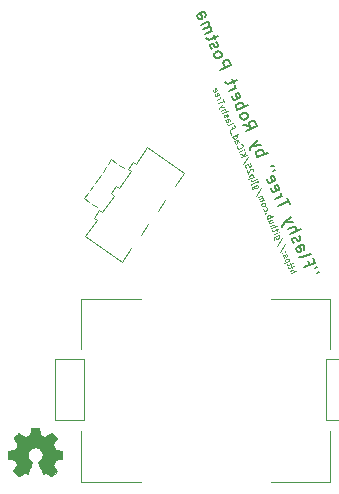
<source format=gbo>
G04 #@! TF.GenerationSoftware,KiCad,Pcbnew,(6.0.0)*
G04 #@! TF.CreationDate,2022-10-06T13:38:40+02:00*
G04 #@! TF.ProjectId,2.0,322e302e-6b69-4636-9164-5f7063625858,rev?*
G04 #@! TF.SameCoordinates,Original*
G04 #@! TF.FileFunction,Legend,Bot*
G04 #@! TF.FilePolarity,Positive*
%FSLAX46Y46*%
G04 Gerber Fmt 4.6, Leading zero omitted, Abs format (unit mm)*
G04 Created by KiCad (PCBNEW (6.0.0)) date 2022-10-06 13:38:40*
%MOMM*%
%LPD*%
G01*
G04 APERTURE LIST*
G04 Aperture macros list*
%AMRoundRect*
0 Rectangle with rounded corners*
0 $1 Rounding radius*
0 $2 $3 $4 $5 $6 $7 $8 $9 X,Y pos of 4 corners*
0 Add a 4 corners polygon primitive as box body*
4,1,4,$2,$3,$4,$5,$6,$7,$8,$9,$2,$3,0*
0 Add four circle primitives for the rounded corners*
1,1,$1+$1,$2,$3*
1,1,$1+$1,$4,$5*
1,1,$1+$1,$6,$7*
1,1,$1+$1,$8,$9*
0 Add four rect primitives between the rounded corners*
20,1,$1+$1,$2,$3,$4,$5,0*
20,1,$1+$1,$4,$5,$6,$7,0*
20,1,$1+$1,$6,$7,$8,$9,0*
20,1,$1+$1,$8,$9,$2,$3,0*%
G04 Aperture macros list end*
%ADD10C,0.150000*%
%ADD11C,0.125000*%
%ADD12C,0.120000*%
%ADD13C,0.100000*%
%ADD14C,0.010000*%
%ADD15C,1.001600*%
%ADD16RoundRect,0.050800X0.665455X-1.228941X1.382425X-0.205001X-0.665455X1.228941X-1.382425X0.205001X0*%
%ADD17RoundRect,0.050800X-1.250000X-2.550000X1.250000X-2.550000X1.250000X2.550000X-1.250000X2.550000X0*%
%ADD18C,17.901600*%
G04 APERTURE END LIST*
D10*
X189981465Y-104315919D02*
X189806131Y-104390344D01*
X189832615Y-103965251D02*
X189657281Y-104039676D01*
X189096580Y-103449976D02*
X189226823Y-103756811D01*
X188744654Y-103961480D02*
X189665159Y-103570749D01*
X189479097Y-103132413D01*
X188353923Y-103040975D02*
X188434969Y-103110036D01*
X188541243Y-103116657D01*
X189330247Y-102781745D01*
X188037617Y-102295805D02*
X188519786Y-102091136D01*
X188626060Y-102097757D01*
X188707106Y-102166818D01*
X188781531Y-102342152D01*
X188774910Y-102448425D01*
X188081451Y-102277198D02*
X188074829Y-102383472D01*
X188167861Y-102602640D01*
X188248907Y-102671700D01*
X188355180Y-102678321D01*
X188442847Y-102641109D01*
X188511908Y-102560063D01*
X188518529Y-102453790D01*
X188425498Y-102234622D01*
X188432119Y-102128348D01*
X187913994Y-101882696D02*
X187832948Y-101813635D01*
X187758523Y-101638301D01*
X187765144Y-101532028D01*
X187834205Y-101450982D01*
X187878039Y-101432375D01*
X187984312Y-101438997D01*
X188065358Y-101508057D01*
X188121177Y-101639558D01*
X188202223Y-101708619D01*
X188308496Y-101715240D01*
X188352330Y-101696634D01*
X188421391Y-101615588D01*
X188428012Y-101509314D01*
X188372193Y-101377814D01*
X188291147Y-101308753D01*
X187535248Y-101112298D02*
X188455753Y-100721567D01*
X187367792Y-100717796D02*
X187849961Y-100513128D01*
X187956235Y-100519749D01*
X188037281Y-100588810D01*
X188093100Y-100720310D01*
X188086478Y-100826584D01*
X188061251Y-100889023D01*
X187832612Y-100106640D02*
X187125911Y-100147960D01*
X187646550Y-99668305D02*
X187125911Y-100147960D01*
X186943956Y-100328658D01*
X186918728Y-100391098D01*
X186912107Y-100497371D01*
X187562654Y-98617556D02*
X187339379Y-98091553D01*
X186530511Y-98745286D02*
X187451016Y-98354555D01*
X186288630Y-98175450D02*
X186902300Y-97914962D01*
X186726966Y-97989387D02*
X186796027Y-97908341D01*
X186821254Y-97845901D01*
X186827875Y-97739628D01*
X186790662Y-97651961D01*
X185941732Y-97236338D02*
X185935111Y-97342612D01*
X186009536Y-97517946D01*
X186090582Y-97587007D01*
X186196856Y-97593628D01*
X186547524Y-97444778D01*
X186616585Y-97363732D01*
X186623206Y-97257459D01*
X186548781Y-97082124D01*
X186467735Y-97013063D01*
X186361462Y-97006442D01*
X186273795Y-97043655D01*
X186372190Y-97519203D01*
X185606820Y-96447334D02*
X185600199Y-96553608D01*
X185674624Y-96728942D01*
X185755670Y-96798003D01*
X185861943Y-96804624D01*
X186212612Y-96655774D01*
X186281673Y-96574728D01*
X186288294Y-96468454D01*
X186213869Y-96293120D01*
X186132823Y-96224059D01*
X186026549Y-96217438D01*
X185938882Y-96254651D01*
X186037278Y-96730199D01*
X186316035Y-95680707D02*
X186140701Y-95755132D01*
X186167185Y-95330039D02*
X185991851Y-95404464D01*
X184781524Y-94624931D02*
X185702029Y-94234200D01*
X185351361Y-94383050D02*
X185357982Y-94276776D01*
X185283557Y-94101442D01*
X185202511Y-94032381D01*
X185140071Y-94007154D01*
X185033797Y-94000533D01*
X184770796Y-94112170D01*
X184701735Y-94193216D01*
X184676508Y-94255656D01*
X184669887Y-94361929D01*
X184744312Y-94537264D01*
X184825358Y-94606325D01*
X185078888Y-93619273D02*
X184372187Y-93660592D01*
X184892826Y-93180937D02*
X184372187Y-93660592D01*
X184190232Y-93841291D01*
X184165004Y-93903731D01*
X184158383Y-94010004D01*
X183609331Y-91863416D02*
X184177910Y-91984189D01*
X183832606Y-92389419D02*
X184753111Y-91998688D01*
X184604261Y-91648019D01*
X184523215Y-91578958D01*
X184460775Y-91553731D01*
X184354501Y-91547110D01*
X184223001Y-91602929D01*
X184153940Y-91683975D01*
X184128713Y-91746415D01*
X184122091Y-91852688D01*
X184270941Y-92203357D01*
X183386056Y-91337413D02*
X183467102Y-91406474D01*
X183529542Y-91431702D01*
X183635815Y-91438323D01*
X183898817Y-91326685D01*
X183967877Y-91245639D01*
X183993105Y-91183199D01*
X183999726Y-91076926D01*
X183943907Y-90945425D01*
X183862861Y-90876364D01*
X183800421Y-90851137D01*
X183694148Y-90844516D01*
X183431146Y-90956154D01*
X183362086Y-91037200D01*
X183336858Y-91099639D01*
X183330237Y-91205913D01*
X183386056Y-91337413D01*
X183088356Y-90636076D02*
X184008861Y-90245345D01*
X183658192Y-90394195D02*
X183664813Y-90287922D01*
X183590388Y-90112588D01*
X183509342Y-90043527D01*
X183446903Y-90018299D01*
X183340629Y-90011678D01*
X183077628Y-90123316D01*
X183008567Y-90204362D01*
X182983340Y-90266802D01*
X182976719Y-90373075D01*
X183051144Y-90548409D01*
X183132190Y-90617470D01*
X182629821Y-89433964D02*
X182623200Y-89540237D01*
X182697625Y-89715572D01*
X182778671Y-89784632D01*
X182884944Y-89791254D01*
X183235613Y-89642404D01*
X183304674Y-89561358D01*
X183311295Y-89455084D01*
X183236870Y-89279750D01*
X183155824Y-89210689D01*
X183049550Y-89204068D01*
X182961883Y-89241280D01*
X183060279Y-89716829D01*
X182399925Y-89014235D02*
X183013595Y-88753747D01*
X182838261Y-88828172D02*
X182907322Y-88747126D01*
X182932549Y-88684686D01*
X182939170Y-88578413D01*
X182901957Y-88490746D01*
X182827532Y-88315411D02*
X182678683Y-87964743D01*
X183078549Y-88053667D02*
X182289545Y-88388579D01*
X182183271Y-88381958D01*
X182102225Y-88312898D01*
X182065013Y-88225230D01*
X181637069Y-87217058D02*
X182557574Y-86826327D01*
X182408724Y-86475659D01*
X182327678Y-86406598D01*
X182265238Y-86381371D01*
X182158965Y-86374749D01*
X182027464Y-86430568D01*
X181958403Y-86511614D01*
X181933176Y-86574054D01*
X181926555Y-86680327D01*
X182075405Y-87030996D01*
X181190519Y-86165053D02*
X181271565Y-86234114D01*
X181334005Y-86259341D01*
X181440278Y-86265962D01*
X181703280Y-86154325D01*
X181772341Y-86073279D01*
X181797568Y-86010839D01*
X181804189Y-85904565D01*
X181748370Y-85773065D01*
X181667324Y-85704004D01*
X181604884Y-85678777D01*
X181498611Y-85672155D01*
X181235610Y-85783793D01*
X181166549Y-85864839D01*
X181141321Y-85927279D01*
X181134700Y-86033552D01*
X181190519Y-86165053D01*
X180955259Y-85488943D02*
X180874213Y-85419882D01*
X180799788Y-85244548D01*
X180806409Y-85138275D01*
X180875470Y-85057229D01*
X180919304Y-85038622D01*
X181025577Y-85045243D01*
X181106623Y-85114304D01*
X181162442Y-85245805D01*
X181243488Y-85314866D01*
X181349761Y-85321487D01*
X181393595Y-85302881D01*
X181462656Y-85221835D01*
X181469277Y-85115561D01*
X181413458Y-84984061D01*
X181332412Y-84915000D01*
X181246002Y-84589559D02*
X181097152Y-84238890D01*
X181497018Y-84327814D02*
X180708014Y-84662727D01*
X180601740Y-84656105D01*
X180520694Y-84587045D01*
X180483482Y-84499377D01*
X180353238Y-84192542D02*
X180966908Y-83932055D01*
X180879241Y-83969268D02*
X180904468Y-83906828D01*
X180911089Y-83800554D01*
X180855271Y-83669054D01*
X180774225Y-83599993D01*
X180667951Y-83593372D01*
X180185782Y-83798040D01*
X180667951Y-83593372D02*
X180737012Y-83512326D01*
X180743633Y-83406052D01*
X180687814Y-83274552D01*
X180606768Y-83205491D01*
X180500495Y-83198870D01*
X180018326Y-83403538D01*
X179664807Y-82570701D02*
X180146976Y-82366032D01*
X180253250Y-82372653D01*
X180334296Y-82441714D01*
X180408721Y-82617048D01*
X180402100Y-82723321D01*
X179708641Y-82552094D02*
X179702020Y-82658368D01*
X179795051Y-82877536D01*
X179876097Y-82946596D01*
X179982370Y-82953217D01*
X180070037Y-82916005D01*
X180139098Y-82834959D01*
X180145719Y-82728686D01*
X180052688Y-82509518D01*
X180059309Y-82403244D01*
D11*
X187604398Y-104468837D02*
X188064651Y-104273471D01*
X187520670Y-104271586D02*
X187761755Y-104169251D01*
X187814892Y-104172562D01*
X187855415Y-104207092D01*
X187883324Y-104272843D01*
X187880013Y-104325979D01*
X187867400Y-104357199D01*
X187762383Y-103987925D02*
X187687958Y-103812590D01*
X187887892Y-103857052D02*
X187493389Y-104024509D01*
X187440253Y-104021198D01*
X187399730Y-103986668D01*
X187381123Y-103942834D01*
X187650746Y-103724923D02*
X187576321Y-103549589D01*
X187776254Y-103594051D02*
X187381752Y-103761507D01*
X187328615Y-103758197D01*
X187288092Y-103723666D01*
X187269486Y-103679833D01*
X187511199Y-103396172D02*
X187050947Y-103591537D01*
X187489282Y-103405475D02*
X187492593Y-103352338D01*
X187455380Y-103264671D01*
X187414857Y-103230140D01*
X187383637Y-103217527D01*
X187330501Y-103214216D01*
X187199000Y-103270035D01*
X187164470Y-103310558D01*
X187151856Y-103341778D01*
X187148545Y-103394915D01*
X187185758Y-103482582D01*
X187226281Y-103517112D01*
X187058825Y-103122610D02*
X187018302Y-103088080D01*
X186981089Y-103000412D01*
X186984400Y-102947276D01*
X187018930Y-102906753D01*
X187040847Y-102897450D01*
X187093984Y-102900760D01*
X187134507Y-102935291D01*
X187162416Y-103001041D01*
X187202939Y-103035571D01*
X187256076Y-103038882D01*
X187277993Y-103029579D01*
X187312523Y-102989056D01*
X187315834Y-102935919D01*
X187287924Y-102870169D01*
X187247401Y-102835638D01*
X186913285Y-102718805D02*
X186882065Y-102706191D01*
X186869452Y-102737411D01*
X186900672Y-102750025D01*
X186913285Y-102718805D01*
X186869452Y-102737411D01*
X187154370Y-102616470D02*
X187123150Y-102603857D01*
X187110536Y-102635077D01*
X187141756Y-102647690D01*
X187154370Y-102616470D01*
X187110536Y-102635077D01*
X187119043Y-101984823D02*
X186694746Y-102630509D01*
X186914374Y-101502654D02*
X186490077Y-102148340D01*
X186590190Y-101226410D02*
X186217605Y-101384563D01*
X186183074Y-101425086D01*
X186170461Y-101456306D01*
X186167150Y-101509443D01*
X186195059Y-101575193D01*
X186235582Y-101609724D01*
X186305272Y-101347351D02*
X186301961Y-101400487D01*
X186339174Y-101488154D01*
X186379697Y-101522685D01*
X186410917Y-101535299D01*
X186464053Y-101538609D01*
X186595554Y-101482790D01*
X186630085Y-101442267D01*
X186642698Y-101411047D01*
X186646009Y-101357911D01*
X186608796Y-101270244D01*
X186568273Y-101235713D01*
X186190324Y-101137486D02*
X186497159Y-101007242D01*
X186650576Y-100942120D02*
X186637963Y-100973340D01*
X186606743Y-100960727D01*
X186619356Y-100929507D01*
X186650576Y-100942120D01*
X186606743Y-100960727D01*
X186432037Y-100853825D02*
X186357612Y-100678491D01*
X186557545Y-100722953D02*
X186163043Y-100890409D01*
X186109906Y-100887098D01*
X186069383Y-100852568D01*
X186050777Y-100808734D01*
X185985655Y-100655317D02*
X186445908Y-100459951D01*
X185901927Y-100458066D02*
X186143012Y-100355731D01*
X186196148Y-100359042D01*
X186236671Y-100393572D01*
X186264581Y-100459323D01*
X186261270Y-100512459D01*
X186248657Y-100543679D01*
X186032003Y-99911403D02*
X185725168Y-100041647D01*
X186115731Y-100108654D02*
X185874646Y-100210989D01*
X185821510Y-100207678D01*
X185780986Y-100173148D01*
X185753077Y-100107397D01*
X185756388Y-100054261D01*
X185769001Y-100023041D01*
X185632137Y-99822479D02*
X186092389Y-99627113D01*
X185917055Y-99701538D02*
X185920365Y-99648402D01*
X185883153Y-99560735D01*
X185842630Y-99526204D01*
X185811410Y-99513591D01*
X185758273Y-99510280D01*
X185626772Y-99566099D01*
X185592242Y-99606622D01*
X185579628Y-99637842D01*
X185576318Y-99690978D01*
X185613530Y-99778645D01*
X185654053Y-99813176D01*
X185499211Y-99387454D02*
X185467991Y-99374840D01*
X185455377Y-99406060D01*
X185486597Y-99418674D01*
X185499211Y-99387454D01*
X185455377Y-99406060D01*
X185300535Y-98980338D02*
X185297224Y-99033475D01*
X185334437Y-99121142D01*
X185374960Y-99155672D01*
X185406180Y-99168286D01*
X185459316Y-99171597D01*
X185590817Y-99115778D01*
X185625347Y-99075255D01*
X185637961Y-99044035D01*
X185641272Y-98990898D01*
X185604059Y-98903231D01*
X185563536Y-98868701D01*
X185166980Y-98726640D02*
X185207503Y-98761170D01*
X185238723Y-98773784D01*
X185291860Y-98777095D01*
X185423361Y-98721276D01*
X185457891Y-98680753D01*
X185470505Y-98649533D01*
X185473815Y-98596396D01*
X185445906Y-98530646D01*
X185405383Y-98496115D01*
X185374163Y-98483502D01*
X185321026Y-98480191D01*
X185189526Y-98536010D01*
X185154995Y-98576533D01*
X185142382Y-98607753D01*
X185139071Y-98660890D01*
X185166980Y-98726640D01*
X185018130Y-98375971D02*
X185324965Y-98245728D01*
X185281132Y-98264334D02*
X185293746Y-98233114D01*
X185297056Y-98179977D01*
X185269147Y-98114227D01*
X185228624Y-98079697D01*
X185175487Y-98076386D01*
X184934402Y-98178720D01*
X185175487Y-98076386D02*
X185210017Y-98035863D01*
X185213328Y-97982726D01*
X185185419Y-97916976D01*
X185144896Y-97882446D01*
X185091759Y-97879135D01*
X184850674Y-97981469D01*
X185100265Y-97228881D02*
X184675969Y-97874567D01*
X184776081Y-96952638D02*
X184403496Y-97110791D01*
X184368965Y-97151314D01*
X184356352Y-97182534D01*
X184353041Y-97235670D01*
X184380951Y-97301421D01*
X184421474Y-97335951D01*
X184491163Y-97073578D02*
X184487853Y-97126715D01*
X184525065Y-97214382D01*
X184565588Y-97248912D01*
X184596808Y-97261526D01*
X184649945Y-97264837D01*
X184781445Y-97209018D01*
X184815976Y-97168495D01*
X184828589Y-97137275D01*
X184831900Y-97084138D01*
X184794687Y-96996471D01*
X184754164Y-96961941D01*
X184683050Y-96733470D02*
X184288548Y-96900926D01*
X184254017Y-96941449D01*
X184250707Y-96994586D01*
X184260010Y-97016502D01*
X184836467Y-96668348D02*
X184823854Y-96699568D01*
X184792634Y-96686954D01*
X184805248Y-96655734D01*
X184836467Y-96668348D01*
X184792634Y-96686954D01*
X184255274Y-96578795D02*
X184295797Y-96613326D01*
X184348934Y-96616636D01*
X184743436Y-96449180D01*
X184487684Y-96273217D02*
X184027432Y-96468583D01*
X184465768Y-96282520D02*
X184469078Y-96229384D01*
X184431866Y-96141717D01*
X184391343Y-96107186D01*
X184360123Y-96094572D01*
X184306986Y-96091262D01*
X184175485Y-96147081D01*
X184140955Y-96187604D01*
X184128341Y-96218824D01*
X184125031Y-96271960D01*
X184162243Y-96359627D01*
X184202766Y-96394158D01*
X184429812Y-95832200D02*
X184442426Y-95800980D01*
X184445736Y-95747843D01*
X184399221Y-95638259D01*
X184358698Y-95603729D01*
X184327478Y-95591115D01*
X184274341Y-95587804D01*
X184230508Y-95606411D01*
X184174060Y-95656237D01*
X184022696Y-96030876D01*
X183901756Y-95745958D01*
X184185249Y-95134173D02*
X184278280Y-95353341D01*
X184068415Y-95468289D01*
X184081029Y-95437069D01*
X184084340Y-95383932D01*
X184037824Y-95274348D01*
X183997301Y-95239818D01*
X183966081Y-95227204D01*
X183912944Y-95223894D01*
X183803361Y-95270409D01*
X183768830Y-95310932D01*
X183756216Y-95342152D01*
X183752906Y-95395289D01*
X183799421Y-95504873D01*
X183839945Y-95539403D01*
X183871164Y-95552017D01*
X183974588Y-94576950D02*
X183550291Y-95222637D01*
X183427297Y-94628202D02*
X183887549Y-94432836D01*
X183315659Y-94365200D02*
X183662389Y-94450814D01*
X183775912Y-94169835D02*
X183624548Y-94544474D01*
X183231931Y-94167949D02*
X183538766Y-94037705D01*
X183692183Y-93972584D02*
X183679570Y-94003804D01*
X183648350Y-93991190D01*
X183660964Y-93959970D01*
X183692183Y-93972584D01*
X183648350Y-93991190D01*
X183071096Y-93667174D02*
X183058482Y-93698394D01*
X183064475Y-93773447D01*
X183083081Y-93817281D01*
X183132907Y-93873728D01*
X183195347Y-93898955D01*
X183248484Y-93902266D01*
X183345454Y-93886970D01*
X183411204Y-93859061D01*
X183489568Y-93799931D01*
X183524099Y-93759408D01*
X183549326Y-93696969D01*
X183543333Y-93621915D01*
X183524727Y-93578082D01*
X183474901Y-93521634D01*
X183443681Y-93509021D01*
X182859806Y-93291278D02*
X183100891Y-93188944D01*
X183154027Y-93192254D01*
X183194550Y-93226785D01*
X183231763Y-93314452D01*
X183228452Y-93367588D01*
X182881723Y-93281975D02*
X182878412Y-93335111D01*
X182924928Y-93444695D01*
X182965451Y-93479226D01*
X183018588Y-93482536D01*
X183062421Y-93463930D01*
X183096952Y-93423407D01*
X183100262Y-93370270D01*
X183053747Y-93260687D01*
X183057057Y-93207550D01*
X182683047Y-92874859D02*
X183143299Y-92679493D01*
X182704964Y-92865556D02*
X182701653Y-92918693D01*
X182738866Y-93006360D01*
X182779389Y-93040890D01*
X182810608Y-93053504D01*
X182863745Y-93056814D01*
X182995246Y-93000996D01*
X183029776Y-92960473D01*
X183042390Y-92929253D01*
X183045701Y-92876116D01*
X183008488Y-92788449D01*
X182967965Y-92753918D01*
X182592698Y-92783881D02*
X182443848Y-92433213D01*
X182617128Y-92049271D02*
X182682250Y-92202688D01*
X182441166Y-92305023D02*
X182901418Y-92109657D01*
X182808387Y-91890489D01*
X182245800Y-91844770D02*
X182286323Y-91879301D01*
X182339460Y-91882611D01*
X182733962Y-91715155D01*
X182087647Y-91472185D02*
X182328732Y-91369851D01*
X182381868Y-91373161D01*
X182422391Y-91407692D01*
X182459604Y-91495359D01*
X182456293Y-91548495D01*
X182109564Y-91462882D02*
X182106253Y-91516019D01*
X182152769Y-91625602D01*
X182193292Y-91660133D01*
X182246429Y-91663443D01*
X182290262Y-91644837D01*
X182324793Y-91604314D01*
X182328103Y-91551177D01*
X182281588Y-91441594D01*
X182284898Y-91388457D01*
X182025836Y-91265631D02*
X181985313Y-91231100D01*
X181948100Y-91143433D01*
X181951411Y-91090297D01*
X181985941Y-91049774D01*
X182007858Y-91040470D01*
X182060995Y-91043781D01*
X182101518Y-91078311D01*
X182129427Y-91144062D01*
X182169950Y-91178592D01*
X182223087Y-91181903D01*
X182245004Y-91172600D01*
X182279534Y-91132077D01*
X182282844Y-91078940D01*
X182254935Y-91013190D01*
X182214412Y-90978659D01*
X181836463Y-90880432D02*
X182296715Y-90685066D01*
X181752735Y-90683181D02*
X181993819Y-90580846D01*
X182046956Y-90584157D01*
X182087479Y-90618687D01*
X182115388Y-90684438D01*
X182112078Y-90737575D01*
X182099464Y-90768794D01*
X181985145Y-90377603D02*
X181631794Y-90398263D01*
X181892113Y-90158435D02*
X181631794Y-90398263D01*
X181540816Y-90488612D01*
X181528203Y-90519832D01*
X181524892Y-90572968D01*
X181999015Y-89983729D02*
X181887378Y-89720728D01*
X181482944Y-90047594D02*
X181943196Y-89852229D01*
X181362003Y-89762676D02*
X181668838Y-89632432D01*
X181581171Y-89669645D02*
X181615702Y-89629122D01*
X181628315Y-89597902D01*
X181631626Y-89544765D01*
X181613020Y-89500932D01*
X181188555Y-89293120D02*
X181185244Y-89346257D01*
X181222457Y-89433924D01*
X181262980Y-89468455D01*
X181316116Y-89471765D01*
X181491451Y-89397340D01*
X181525981Y-89356817D01*
X181529292Y-89303681D01*
X181492079Y-89216013D01*
X181451556Y-89181483D01*
X181398419Y-89178172D01*
X181354586Y-89196779D01*
X181403783Y-89434553D01*
X181021099Y-88898618D02*
X181017788Y-88951755D01*
X181055000Y-89039422D01*
X181095523Y-89073953D01*
X181148660Y-89077263D01*
X181323994Y-89002838D01*
X181358525Y-88962315D01*
X181361835Y-88909178D01*
X181324623Y-88821511D01*
X181284100Y-88786981D01*
X181230963Y-88783670D01*
X181187130Y-88802277D01*
X181236327Y-89040051D01*
D12*
X171214067Y-98837643D02*
X171214067Y-98837643D01*
X171402455Y-99091631D02*
X170943594Y-99746953D01*
X171984614Y-95470707D02*
X171697826Y-95880283D01*
X170894819Y-97027096D02*
X170894819Y-97027096D01*
X174270337Y-94995871D02*
X173811476Y-95651193D01*
X174933051Y-101197549D02*
X174933051Y-101197549D01*
X170149169Y-98091994D02*
X170435958Y-97682418D01*
X171525753Y-96126029D02*
X171066892Y-96781350D01*
X171066892Y-96781350D02*
X171066892Y-96781350D01*
X170214260Y-101311584D02*
X170214260Y-101311584D01*
X174057222Y-95823265D02*
X173082142Y-97215824D01*
X170435958Y-97682418D02*
X170435958Y-97682418D01*
X172156687Y-95224961D02*
X172156687Y-95224961D01*
X171648201Y-99263704D02*
X171402455Y-99091631D01*
X172853051Y-95102174D02*
X172853051Y-95102174D01*
X171697826Y-95880283D02*
X171697826Y-95880283D01*
X177800933Y-97101789D02*
X178603940Y-95954976D01*
X170804491Y-98550855D02*
X171214067Y-98837643D01*
X173508373Y-95561035D02*
X173508373Y-95561035D01*
X170214260Y-101311584D02*
X173327037Y-103491175D01*
X174516083Y-95167944D02*
X174270337Y-94995871D01*
X172836396Y-97043751D02*
X172377535Y-97699073D01*
X172377535Y-97699073D02*
X172623281Y-97871146D01*
X172443475Y-94815385D02*
X172853051Y-95102174D01*
X171189339Y-99919026D02*
X170214260Y-101311584D01*
X170149169Y-98091994D02*
X170558745Y-98378782D01*
X170608031Y-97436672D02*
X170894819Y-97027096D01*
X178603940Y-95954976D02*
X175491163Y-93775385D01*
X173098797Y-95274247D02*
X173508373Y-95561035D01*
X170558745Y-98378782D02*
X170558745Y-98378782D01*
X176366992Y-99149669D02*
X176366992Y-99149669D01*
X173082142Y-97215824D02*
X172836396Y-97043751D01*
X173811476Y-95651193D02*
X174057222Y-95823265D01*
X170943594Y-99746953D02*
X171189339Y-99919026D01*
X172443475Y-94815385D02*
X172156687Y-95224961D01*
X175491163Y-93775385D02*
X174516083Y-95167944D01*
X172623281Y-97871146D02*
X171648201Y-99263704D01*
X176997926Y-98248602D02*
X176366992Y-99149669D01*
X173327037Y-103491175D02*
X174130044Y-102344362D01*
X175563985Y-100296482D02*
X174933051Y-101197549D01*
D13*
X169876360Y-106595720D02*
X169876360Y-110845720D01*
X174926360Y-122095720D02*
X169876360Y-122095720D01*
X169876360Y-122095720D02*
X169876360Y-117845720D01*
X190976360Y-122095720D02*
X190976360Y-117845720D01*
X174926360Y-106595720D02*
X169876360Y-106595720D01*
X190976360Y-106595720D02*
X190976360Y-110845720D01*
X185926360Y-122095720D02*
X190976360Y-122095720D01*
X185926360Y-106595720D02*
X190976360Y-106595720D01*
D14*
X165886090Y-117532348D02*
X165807546Y-117532778D01*
X165807546Y-117532778D02*
X165750702Y-117533942D01*
X165750702Y-117533942D02*
X165711895Y-117536207D01*
X165711895Y-117536207D02*
X165687462Y-117539940D01*
X165687462Y-117539940D02*
X165673738Y-117545506D01*
X165673738Y-117545506D02*
X165667060Y-117553273D01*
X165667060Y-117553273D02*
X165663764Y-117563605D01*
X165663764Y-117563605D02*
X165663444Y-117564943D01*
X165663444Y-117564943D02*
X165658438Y-117589079D01*
X165658438Y-117589079D02*
X165649171Y-117636701D01*
X165649171Y-117636701D02*
X165636608Y-117702741D01*
X165636608Y-117702741D02*
X165621713Y-117782128D01*
X165621713Y-117782128D02*
X165605449Y-117869796D01*
X165605449Y-117869796D02*
X165604881Y-117872875D01*
X165604881Y-117872875D02*
X165588590Y-117958789D01*
X165588590Y-117958789D02*
X165573348Y-118034696D01*
X165573348Y-118034696D02*
X165560139Y-118096045D01*
X165560139Y-118096045D02*
X165549946Y-118138282D01*
X165549946Y-118138282D02*
X165543752Y-118156855D01*
X165543752Y-118156855D02*
X165543457Y-118157184D01*
X165543457Y-118157184D02*
X165525212Y-118166253D01*
X165525212Y-118166253D02*
X165487595Y-118181367D01*
X165487595Y-118181367D02*
X165438729Y-118199262D01*
X165438729Y-118199262D02*
X165438457Y-118199358D01*
X165438457Y-118199358D02*
X165376907Y-118222493D01*
X165376907Y-118222493D02*
X165304343Y-118251965D01*
X165304343Y-118251965D02*
X165235943Y-118281597D01*
X165235943Y-118281597D02*
X165232706Y-118283062D01*
X165232706Y-118283062D02*
X165121298Y-118333626D01*
X165121298Y-118333626D02*
X164874601Y-118165160D01*
X164874601Y-118165160D02*
X164798923Y-118113803D01*
X164798923Y-118113803D02*
X164730369Y-118067889D01*
X164730369Y-118067889D02*
X164672912Y-118030030D01*
X164672912Y-118030030D02*
X164630524Y-118002837D01*
X164630524Y-118002837D02*
X164607175Y-117988921D01*
X164607175Y-117988921D02*
X164604958Y-117987889D01*
X164604958Y-117987889D02*
X164587990Y-117992484D01*
X164587990Y-117992484D02*
X164556299Y-118014655D01*
X164556299Y-118014655D02*
X164508648Y-118055447D01*
X164508648Y-118055447D02*
X164443802Y-118115905D01*
X164443802Y-118115905D02*
X164377603Y-118180227D01*
X164377603Y-118180227D02*
X164313786Y-118243612D01*
X164313786Y-118243612D02*
X164256671Y-118301451D01*
X164256671Y-118301451D02*
X164209695Y-118350175D01*
X164209695Y-118350175D02*
X164176297Y-118386210D01*
X164176297Y-118386210D02*
X164159915Y-118405984D01*
X164159915Y-118405984D02*
X164159306Y-118407002D01*
X164159306Y-118407002D02*
X164157495Y-118420572D01*
X164157495Y-118420572D02*
X164164317Y-118442733D01*
X164164317Y-118442733D02*
X164181460Y-118476478D01*
X164181460Y-118476478D02*
X164210607Y-118524800D01*
X164210607Y-118524800D02*
X164253445Y-118590692D01*
X164253445Y-118590692D02*
X164310552Y-118675517D01*
X164310552Y-118675517D02*
X164361234Y-118750177D01*
X164361234Y-118750177D02*
X164406539Y-118817140D01*
X164406539Y-118817140D02*
X164443850Y-118872516D01*
X164443850Y-118872516D02*
X164470548Y-118912420D01*
X164470548Y-118912420D02*
X164484015Y-118932962D01*
X164484015Y-118932962D02*
X164484863Y-118934356D01*
X164484863Y-118934356D02*
X164483219Y-118954038D01*
X164483219Y-118954038D02*
X164470755Y-118992293D01*
X164470755Y-118992293D02*
X164449952Y-119041889D01*
X164449952Y-119041889D02*
X164442538Y-119057728D01*
X164442538Y-119057728D02*
X164410186Y-119128290D01*
X164410186Y-119128290D02*
X164375672Y-119208353D01*
X164375672Y-119208353D02*
X164347635Y-119277629D01*
X164347635Y-119277629D02*
X164327432Y-119329045D01*
X164327432Y-119329045D02*
X164311385Y-119368119D01*
X164311385Y-119368119D02*
X164302112Y-119388541D01*
X164302112Y-119388541D02*
X164300959Y-119390114D01*
X164300959Y-119390114D02*
X164283904Y-119392721D01*
X164283904Y-119392721D02*
X164243702Y-119399863D01*
X164243702Y-119399863D02*
X164185698Y-119410523D01*
X164185698Y-119410523D02*
X164115237Y-119423685D01*
X164115237Y-119423685D02*
X164037665Y-119438333D01*
X164037665Y-119438333D02*
X163958328Y-119453449D01*
X163958328Y-119453449D02*
X163882569Y-119468018D01*
X163882569Y-119468018D02*
X163815736Y-119481022D01*
X163815736Y-119481022D02*
X163763172Y-119491445D01*
X163763172Y-119491445D02*
X163730224Y-119498270D01*
X163730224Y-119498270D02*
X163722143Y-119500199D01*
X163722143Y-119500199D02*
X163713795Y-119504962D01*
X163713795Y-119504962D02*
X163707494Y-119515718D01*
X163707494Y-119515718D02*
X163702955Y-119536098D01*
X163702955Y-119536098D02*
X163699896Y-119569734D01*
X163699896Y-119569734D02*
X163698033Y-119620255D01*
X163698033Y-119620255D02*
X163697082Y-119691292D01*
X163697082Y-119691292D02*
X163696760Y-119786476D01*
X163696760Y-119786476D02*
X163696743Y-119825492D01*
X163696743Y-119825492D02*
X163696743Y-120142799D01*
X163696743Y-120142799D02*
X163772943Y-120157839D01*
X163772943Y-120157839D02*
X163815337Y-120165995D01*
X163815337Y-120165995D02*
X163878600Y-120177899D01*
X163878600Y-120177899D02*
X163955038Y-120192116D01*
X163955038Y-120192116D02*
X164036957Y-120207210D01*
X164036957Y-120207210D02*
X164059600Y-120211355D01*
X164059600Y-120211355D02*
X164135194Y-120226053D01*
X164135194Y-120226053D02*
X164201047Y-120240505D01*
X164201047Y-120240505D02*
X164251634Y-120253375D01*
X164251634Y-120253375D02*
X164281426Y-120263322D01*
X164281426Y-120263322D02*
X164286388Y-120266287D01*
X164286388Y-120266287D02*
X164298574Y-120287283D01*
X164298574Y-120287283D02*
X164316047Y-120327967D01*
X164316047Y-120327967D02*
X164335423Y-120380322D01*
X164335423Y-120380322D02*
X164339266Y-120391600D01*
X164339266Y-120391600D02*
X164364661Y-120461523D01*
X164364661Y-120461523D02*
X164396183Y-120540418D01*
X164396183Y-120540418D02*
X164427031Y-120611266D01*
X164427031Y-120611266D02*
X164427183Y-120611595D01*
X164427183Y-120611595D02*
X164478553Y-120722733D01*
X164478553Y-120722733D02*
X164309601Y-120971253D01*
X164309601Y-120971253D02*
X164140648Y-121219772D01*
X164140648Y-121219772D02*
X164357571Y-121437058D01*
X164357571Y-121437058D02*
X164423181Y-121501726D01*
X164423181Y-121501726D02*
X164483021Y-121558733D01*
X164483021Y-121558733D02*
X164533733Y-121605033D01*
X164533733Y-121605033D02*
X164571954Y-121637584D01*
X164571954Y-121637584D02*
X164594325Y-121653343D01*
X164594325Y-121653343D02*
X164597534Y-121654343D01*
X164597534Y-121654343D02*
X164616374Y-121646469D01*
X164616374Y-121646469D02*
X164654820Y-121624578D01*
X164654820Y-121624578D02*
X164708670Y-121591267D01*
X164708670Y-121591267D02*
X164773724Y-121549131D01*
X164773724Y-121549131D02*
X164844060Y-121501943D01*
X164844060Y-121501943D02*
X164915445Y-121453810D01*
X164915445Y-121453810D02*
X164979092Y-121411928D01*
X164979092Y-121411928D02*
X165030959Y-121378871D01*
X165030959Y-121378871D02*
X165067005Y-121357218D01*
X165067005Y-121357218D02*
X165083133Y-121349543D01*
X165083133Y-121349543D02*
X165102811Y-121356037D01*
X165102811Y-121356037D02*
X165140125Y-121373150D01*
X165140125Y-121373150D02*
X165187379Y-121397326D01*
X165187379Y-121397326D02*
X165192388Y-121400013D01*
X165192388Y-121400013D02*
X165256023Y-121431927D01*
X165256023Y-121431927D02*
X165299659Y-121447579D01*
X165299659Y-121447579D02*
X165326798Y-121447745D01*
X165326798Y-121447745D02*
X165340943Y-121433204D01*
X165340943Y-121433204D02*
X165341025Y-121433000D01*
X165341025Y-121433000D02*
X165348095Y-121415779D01*
X165348095Y-121415779D02*
X165364958Y-121374899D01*
X165364958Y-121374899D02*
X165390305Y-121313525D01*
X165390305Y-121313525D02*
X165422829Y-121234819D01*
X165422829Y-121234819D02*
X165461222Y-121141947D01*
X165461222Y-121141947D02*
X165504178Y-121038072D01*
X165504178Y-121038072D02*
X165545778Y-120937502D01*
X165545778Y-120937502D02*
X165591496Y-120826516D01*
X165591496Y-120826516D02*
X165633474Y-120723703D01*
X165633474Y-120723703D02*
X165670452Y-120632215D01*
X165670452Y-120632215D02*
X165701173Y-120555201D01*
X165701173Y-120555201D02*
X165724378Y-120495815D01*
X165724378Y-120495815D02*
X165738810Y-120457209D01*
X165738810Y-120457209D02*
X165743257Y-120442800D01*
X165743257Y-120442800D02*
X165732104Y-120426272D01*
X165732104Y-120426272D02*
X165702931Y-120399930D01*
X165702931Y-120399930D02*
X165664029Y-120370887D01*
X165664029Y-120370887D02*
X165553243Y-120279039D01*
X165553243Y-120279039D02*
X165466649Y-120173759D01*
X165466649Y-120173759D02*
X165405284Y-120057266D01*
X165405284Y-120057266D02*
X165370185Y-119931776D01*
X165370185Y-119931776D02*
X165362392Y-119799507D01*
X165362392Y-119799507D02*
X165368057Y-119738457D01*
X165368057Y-119738457D02*
X165398922Y-119611795D01*
X165398922Y-119611795D02*
X165452080Y-119499941D01*
X165452080Y-119499941D02*
X165524233Y-119404001D01*
X165524233Y-119404001D02*
X165612083Y-119325076D01*
X165612083Y-119325076D02*
X165712335Y-119264270D01*
X165712335Y-119264270D02*
X165821690Y-119222687D01*
X165821690Y-119222687D02*
X165936853Y-119201428D01*
X165936853Y-119201428D02*
X166054525Y-119201599D01*
X166054525Y-119201599D02*
X166171410Y-119224301D01*
X166171410Y-119224301D02*
X166284211Y-119270638D01*
X166284211Y-119270638D02*
X166389631Y-119341713D01*
X166389631Y-119341713D02*
X166433632Y-119381911D01*
X166433632Y-119381911D02*
X166518021Y-119485129D01*
X166518021Y-119485129D02*
X166576778Y-119597925D01*
X166576778Y-119597925D02*
X166610296Y-119717010D01*
X166610296Y-119717010D02*
X166618965Y-119839095D01*
X166618965Y-119839095D02*
X166603177Y-119960893D01*
X166603177Y-119960893D02*
X166563322Y-120079116D01*
X166563322Y-120079116D02*
X166499793Y-120190475D01*
X166499793Y-120190475D02*
X166412979Y-120291684D01*
X166412979Y-120291684D02*
X166315971Y-120370887D01*
X166315971Y-120370887D02*
X166275563Y-120401162D01*
X166275563Y-120401162D02*
X166247018Y-120427219D01*
X166247018Y-120427219D02*
X166236743Y-120442825D01*
X166236743Y-120442825D02*
X166242123Y-120459843D01*
X166242123Y-120459843D02*
X166257425Y-120500500D01*
X166257425Y-120500500D02*
X166281388Y-120561642D01*
X166281388Y-120561642D02*
X166312756Y-120640119D01*
X166312756Y-120640119D02*
X166350268Y-120732780D01*
X166350268Y-120732780D02*
X166392667Y-120836472D01*
X166392667Y-120836472D02*
X166434337Y-120937526D01*
X166434337Y-120937526D02*
X166480310Y-121048607D01*
X166480310Y-121048607D02*
X166522893Y-121151541D01*
X166522893Y-121151541D02*
X166560779Y-121243165D01*
X166560779Y-121243165D02*
X166592660Y-121320316D01*
X166592660Y-121320316D02*
X166617229Y-121379831D01*
X166617229Y-121379831D02*
X166633180Y-121418544D01*
X166633180Y-121418544D02*
X166639090Y-121433000D01*
X166639090Y-121433000D02*
X166653052Y-121447685D01*
X166653052Y-121447685D02*
X166680060Y-121447642D01*
X166680060Y-121447642D02*
X166723587Y-121432099D01*
X166723587Y-121432099D02*
X166787110Y-121400284D01*
X166787110Y-121400284D02*
X166787612Y-121400013D01*
X166787612Y-121400013D02*
X166835440Y-121375323D01*
X166835440Y-121375323D02*
X166874103Y-121357338D01*
X166874103Y-121357338D02*
X166895905Y-121349614D01*
X166895905Y-121349614D02*
X166896867Y-121349543D01*
X166896867Y-121349543D02*
X166913279Y-121357378D01*
X166913279Y-121357378D02*
X166949513Y-121379165D01*
X166949513Y-121379165D02*
X167001526Y-121412328D01*
X167001526Y-121412328D02*
X167065275Y-121454291D01*
X167065275Y-121454291D02*
X167135940Y-121501943D01*
X167135940Y-121501943D02*
X167207884Y-121550191D01*
X167207884Y-121550191D02*
X167272726Y-121592151D01*
X167272726Y-121592151D02*
X167326265Y-121625227D01*
X167326265Y-121625227D02*
X167364303Y-121646821D01*
X167364303Y-121646821D02*
X167382467Y-121654343D01*
X167382467Y-121654343D02*
X167399192Y-121644457D01*
X167399192Y-121644457D02*
X167432820Y-121616826D01*
X167432820Y-121616826D02*
X167479990Y-121574495D01*
X167479990Y-121574495D02*
X167537342Y-121520505D01*
X167537342Y-121520505D02*
X167601516Y-121457899D01*
X167601516Y-121457899D02*
X167622503Y-121436983D01*
X167622503Y-121436983D02*
X167839501Y-121219623D01*
X167839501Y-121219623D02*
X167674332Y-120977220D01*
X167674332Y-120977220D02*
X167624136Y-120902781D01*
X167624136Y-120902781D02*
X167580081Y-120835972D01*
X167580081Y-120835972D02*
X167544638Y-120780665D01*
X167544638Y-120780665D02*
X167520281Y-120740729D01*
X167520281Y-120740729D02*
X167509478Y-120720036D01*
X167509478Y-120720036D02*
X167509162Y-120718563D01*
X167509162Y-120718563D02*
X167514857Y-120699058D01*
X167514857Y-120699058D02*
X167530174Y-120659822D01*
X167530174Y-120659822D02*
X167552463Y-120607430D01*
X167552463Y-120607430D02*
X167568107Y-120572355D01*
X167568107Y-120572355D02*
X167597359Y-120505201D01*
X167597359Y-120505201D02*
X167624906Y-120437358D01*
X167624906Y-120437358D02*
X167646263Y-120380034D01*
X167646263Y-120380034D02*
X167652065Y-120362572D01*
X167652065Y-120362572D02*
X167668548Y-120315938D01*
X167668548Y-120315938D02*
X167684660Y-120279905D01*
X167684660Y-120279905D02*
X167693510Y-120266287D01*
X167693510Y-120266287D02*
X167713040Y-120257952D01*
X167713040Y-120257952D02*
X167755666Y-120246137D01*
X167755666Y-120246137D02*
X167815855Y-120232181D01*
X167815855Y-120232181D02*
X167888078Y-120217422D01*
X167888078Y-120217422D02*
X167920400Y-120211355D01*
X167920400Y-120211355D02*
X168002478Y-120196273D01*
X168002478Y-120196273D02*
X168081205Y-120181669D01*
X168081205Y-120181669D02*
X168148891Y-120168980D01*
X168148891Y-120168980D02*
X168197840Y-120159642D01*
X168197840Y-120159642D02*
X168207057Y-120157839D01*
X168207057Y-120157839D02*
X168283257Y-120142799D01*
X168283257Y-120142799D02*
X168283257Y-119825492D01*
X168283257Y-119825492D02*
X168283086Y-119721154D01*
X168283086Y-119721154D02*
X168282384Y-119642213D01*
X168282384Y-119642213D02*
X168280866Y-119585038D01*
X168280866Y-119585038D02*
X168278251Y-119545999D01*
X168278251Y-119545999D02*
X168274254Y-119521465D01*
X168274254Y-119521465D02*
X168268591Y-119507805D01*
X168268591Y-119507805D02*
X168260980Y-119501389D01*
X168260980Y-119501389D02*
X168257857Y-119500199D01*
X168257857Y-119500199D02*
X168239022Y-119495980D01*
X168239022Y-119495980D02*
X168197412Y-119487562D01*
X168197412Y-119487562D02*
X168138370Y-119475961D01*
X168138370Y-119475961D02*
X168067243Y-119462195D01*
X168067243Y-119462195D02*
X167989375Y-119447280D01*
X167989375Y-119447280D02*
X167910113Y-119432232D01*
X167910113Y-119432232D02*
X167834802Y-119418069D01*
X167834802Y-119418069D02*
X167768787Y-119405806D01*
X167768787Y-119405806D02*
X167717413Y-119396461D01*
X167717413Y-119396461D02*
X167686025Y-119391050D01*
X167686025Y-119391050D02*
X167679041Y-119390114D01*
X167679041Y-119390114D02*
X167672715Y-119377596D01*
X167672715Y-119377596D02*
X167658710Y-119344246D01*
X167658710Y-119344246D02*
X167639645Y-119296377D01*
X167639645Y-119296377D02*
X167632366Y-119277629D01*
X167632366Y-119277629D02*
X167603004Y-119205195D01*
X167603004Y-119205195D02*
X167568429Y-119125170D01*
X167568429Y-119125170D02*
X167537463Y-119057728D01*
X167537463Y-119057728D02*
X167514677Y-119006159D01*
X167514677Y-119006159D02*
X167499518Y-118963785D01*
X167499518Y-118963785D02*
X167494458Y-118937834D01*
X167494458Y-118937834D02*
X167495264Y-118934356D01*
X167495264Y-118934356D02*
X167505959Y-118917936D01*
X167505959Y-118917936D02*
X167530380Y-118881417D01*
X167530380Y-118881417D02*
X167565905Y-118828687D01*
X167565905Y-118828687D02*
X167609913Y-118763635D01*
X167609913Y-118763635D02*
X167659783Y-118690151D01*
X167659783Y-118690151D02*
X167669644Y-118675645D01*
X167669644Y-118675645D02*
X167727508Y-118589704D01*
X167727508Y-118589704D02*
X167770044Y-118524261D01*
X167770044Y-118524261D02*
X167798946Y-118476304D01*
X167798946Y-118476304D02*
X167815910Y-118442820D01*
X167815910Y-118442820D02*
X167822633Y-118420795D01*
X167822633Y-118420795D02*
X167820810Y-118407217D01*
X167820810Y-118407217D02*
X167820764Y-118407131D01*
X167820764Y-118407131D02*
X167806414Y-118389297D01*
X167806414Y-118389297D02*
X167774677Y-118354817D01*
X167774677Y-118354817D02*
X167728990Y-118307268D01*
X167728990Y-118307268D02*
X167672796Y-118250222D01*
X167672796Y-118250222D02*
X167609532Y-118187255D01*
X167609532Y-118187255D02*
X167602398Y-118180227D01*
X167602398Y-118180227D02*
X167522670Y-118103020D01*
X167522670Y-118103020D02*
X167461143Y-118046330D01*
X167461143Y-118046330D02*
X167416579Y-118009110D01*
X167416579Y-118009110D02*
X167387743Y-117990315D01*
X167387743Y-117990315D02*
X167375042Y-117987889D01*
X167375042Y-117987889D02*
X167356506Y-117998471D01*
X167356506Y-117998471D02*
X167318039Y-118022916D01*
X167318039Y-118022916D02*
X167263614Y-118058612D01*
X167263614Y-118058612D02*
X167197202Y-118102947D01*
X167197202Y-118102947D02*
X167122775Y-118153311D01*
X167122775Y-118153311D02*
X167105399Y-118165160D01*
X167105399Y-118165160D02*
X166858703Y-118333626D01*
X166858703Y-118333626D02*
X166747294Y-118283062D01*
X166747294Y-118283062D02*
X166679543Y-118253595D01*
X166679543Y-118253595D02*
X166606817Y-118223959D01*
X166606817Y-118223959D02*
X166544297Y-118200330D01*
X166544297Y-118200330D02*
X166541543Y-118199358D01*
X166541543Y-118199358D02*
X166492640Y-118181457D01*
X166492640Y-118181457D02*
X166454943Y-118166320D01*
X166454943Y-118166320D02*
X166436575Y-118157210D01*
X166436575Y-118157210D02*
X166436544Y-118157184D01*
X166436544Y-118157184D02*
X166430715Y-118140717D01*
X166430715Y-118140717D02*
X166420808Y-118100219D01*
X166420808Y-118100219D02*
X166407805Y-118040242D01*
X166407805Y-118040242D02*
X166392691Y-117965340D01*
X166392691Y-117965340D02*
X166376448Y-117880064D01*
X166376448Y-117880064D02*
X166375119Y-117872875D01*
X166375119Y-117872875D02*
X166358825Y-117785014D01*
X166358825Y-117785014D02*
X166343867Y-117705260D01*
X166343867Y-117705260D02*
X166331209Y-117638681D01*
X166331209Y-117638681D02*
X166321814Y-117590347D01*
X166321814Y-117590347D02*
X166316646Y-117565325D01*
X166316646Y-117565325D02*
X166316556Y-117564943D01*
X166316556Y-117564943D02*
X166313411Y-117554299D01*
X166313411Y-117554299D02*
X166307296Y-117546262D01*
X166307296Y-117546262D02*
X166294547Y-117540467D01*
X166294547Y-117540467D02*
X166271500Y-117536547D01*
X166271500Y-117536547D02*
X166234491Y-117534135D01*
X166234491Y-117534135D02*
X166179856Y-117532865D01*
X166179856Y-117532865D02*
X166103933Y-117532371D01*
X166103933Y-117532371D02*
X166003056Y-117532286D01*
X166003056Y-117532286D02*
X165990000Y-117532286D01*
X165990000Y-117532286D02*
X165886090Y-117532348D01*
X165886090Y-117532348D02*
X165886090Y-117532348D01*
G36*
X166103933Y-117532371D02*
G01*
X166179856Y-117532865D01*
X166234491Y-117534135D01*
X166271500Y-117536547D01*
X166294547Y-117540467D01*
X166307296Y-117546262D01*
X166313411Y-117554299D01*
X166316556Y-117564943D01*
X166316646Y-117565325D01*
X166321814Y-117590347D01*
X166331209Y-117638681D01*
X166343867Y-117705260D01*
X166358825Y-117785014D01*
X166375119Y-117872875D01*
X166376448Y-117880064D01*
X166392691Y-117965340D01*
X166407805Y-118040242D01*
X166420808Y-118100219D01*
X166430715Y-118140717D01*
X166436544Y-118157184D01*
X166436575Y-118157210D01*
X166454943Y-118166320D01*
X166492640Y-118181457D01*
X166541543Y-118199358D01*
X166544297Y-118200330D01*
X166606817Y-118223959D01*
X166679543Y-118253595D01*
X166747294Y-118283062D01*
X166858703Y-118333626D01*
X167105399Y-118165160D01*
X167122775Y-118153311D01*
X167197202Y-118102947D01*
X167263614Y-118058612D01*
X167318039Y-118022916D01*
X167356506Y-117998471D01*
X167375042Y-117987889D01*
X167387743Y-117990315D01*
X167416579Y-118009110D01*
X167461143Y-118046330D01*
X167522670Y-118103020D01*
X167602398Y-118180227D01*
X167609532Y-118187255D01*
X167672796Y-118250222D01*
X167728990Y-118307268D01*
X167774677Y-118354817D01*
X167806414Y-118389297D01*
X167820764Y-118407131D01*
X167820810Y-118407217D01*
X167822633Y-118420795D01*
X167815910Y-118442820D01*
X167798946Y-118476304D01*
X167770044Y-118524261D01*
X167727508Y-118589704D01*
X167669644Y-118675645D01*
X167659783Y-118690151D01*
X167609913Y-118763635D01*
X167565905Y-118828687D01*
X167530380Y-118881417D01*
X167505959Y-118917936D01*
X167495264Y-118934356D01*
X167494458Y-118937834D01*
X167499518Y-118963785D01*
X167514677Y-119006159D01*
X167537463Y-119057728D01*
X167568429Y-119125170D01*
X167603004Y-119205195D01*
X167632366Y-119277629D01*
X167639645Y-119296377D01*
X167658710Y-119344246D01*
X167672715Y-119377596D01*
X167679041Y-119390114D01*
X167686025Y-119391050D01*
X167717413Y-119396461D01*
X167768787Y-119405806D01*
X167834802Y-119418069D01*
X167910113Y-119432232D01*
X167989375Y-119447280D01*
X168067243Y-119462195D01*
X168138370Y-119475961D01*
X168197412Y-119487562D01*
X168239022Y-119495980D01*
X168257857Y-119500199D01*
X168260980Y-119501389D01*
X168268591Y-119507805D01*
X168274254Y-119521465D01*
X168278251Y-119545999D01*
X168280866Y-119585038D01*
X168282384Y-119642213D01*
X168283086Y-119721154D01*
X168283257Y-119825492D01*
X168283257Y-120142799D01*
X168207057Y-120157839D01*
X168197840Y-120159642D01*
X168148891Y-120168980D01*
X168081205Y-120181669D01*
X168002478Y-120196273D01*
X167920400Y-120211355D01*
X167888078Y-120217422D01*
X167815855Y-120232181D01*
X167755666Y-120246137D01*
X167713040Y-120257952D01*
X167693510Y-120266287D01*
X167684660Y-120279905D01*
X167668548Y-120315938D01*
X167652065Y-120362572D01*
X167646263Y-120380034D01*
X167624906Y-120437358D01*
X167597359Y-120505201D01*
X167568107Y-120572355D01*
X167552463Y-120607430D01*
X167530174Y-120659822D01*
X167514857Y-120699058D01*
X167509162Y-120718563D01*
X167509478Y-120720036D01*
X167520281Y-120740729D01*
X167544638Y-120780665D01*
X167580081Y-120835972D01*
X167624136Y-120902781D01*
X167674332Y-120977220D01*
X167839501Y-121219623D01*
X167622503Y-121436983D01*
X167601516Y-121457899D01*
X167537342Y-121520505D01*
X167479990Y-121574495D01*
X167432820Y-121616826D01*
X167399192Y-121644457D01*
X167382467Y-121654343D01*
X167364303Y-121646821D01*
X167326265Y-121625227D01*
X167272726Y-121592151D01*
X167207884Y-121550191D01*
X167135940Y-121501943D01*
X167065275Y-121454291D01*
X167001526Y-121412328D01*
X166949513Y-121379165D01*
X166913279Y-121357378D01*
X166896867Y-121349543D01*
X166895905Y-121349614D01*
X166874103Y-121357338D01*
X166835440Y-121375323D01*
X166787612Y-121400013D01*
X166787110Y-121400284D01*
X166723587Y-121432099D01*
X166680060Y-121447642D01*
X166653052Y-121447685D01*
X166639090Y-121433000D01*
X166633180Y-121418544D01*
X166617229Y-121379831D01*
X166592660Y-121320316D01*
X166560779Y-121243165D01*
X166522893Y-121151541D01*
X166480310Y-121048607D01*
X166434337Y-120937526D01*
X166392667Y-120836472D01*
X166350268Y-120732780D01*
X166312756Y-120640119D01*
X166281388Y-120561642D01*
X166257425Y-120500500D01*
X166242123Y-120459843D01*
X166236743Y-120442825D01*
X166247018Y-120427219D01*
X166275563Y-120401162D01*
X166315971Y-120370887D01*
X166412979Y-120291684D01*
X166499793Y-120190475D01*
X166563322Y-120079116D01*
X166603177Y-119960893D01*
X166618965Y-119839095D01*
X166610296Y-119717010D01*
X166576778Y-119597925D01*
X166518021Y-119485129D01*
X166433632Y-119381911D01*
X166389631Y-119341713D01*
X166284211Y-119270638D01*
X166171410Y-119224301D01*
X166054525Y-119201599D01*
X165936853Y-119201428D01*
X165821690Y-119222687D01*
X165712335Y-119264270D01*
X165612083Y-119325076D01*
X165524233Y-119404001D01*
X165452080Y-119499941D01*
X165398922Y-119611795D01*
X165368057Y-119738457D01*
X165362392Y-119799507D01*
X165370185Y-119931776D01*
X165405284Y-120057266D01*
X165466649Y-120173759D01*
X165553243Y-120279039D01*
X165664029Y-120370887D01*
X165702931Y-120399930D01*
X165732104Y-120426272D01*
X165743257Y-120442800D01*
X165738810Y-120457209D01*
X165724378Y-120495815D01*
X165701173Y-120555201D01*
X165670452Y-120632215D01*
X165633474Y-120723703D01*
X165591496Y-120826516D01*
X165545778Y-120937502D01*
X165504178Y-121038072D01*
X165461222Y-121141947D01*
X165422829Y-121234819D01*
X165390305Y-121313525D01*
X165364958Y-121374899D01*
X165348095Y-121415779D01*
X165341025Y-121433000D01*
X165340943Y-121433204D01*
X165326798Y-121447745D01*
X165299659Y-121447579D01*
X165256023Y-121431927D01*
X165192388Y-121400013D01*
X165187379Y-121397326D01*
X165140125Y-121373150D01*
X165102811Y-121356037D01*
X165083133Y-121349543D01*
X165067005Y-121357218D01*
X165030959Y-121378871D01*
X164979092Y-121411928D01*
X164915445Y-121453810D01*
X164844060Y-121501943D01*
X164773724Y-121549131D01*
X164708670Y-121591267D01*
X164654820Y-121624578D01*
X164616374Y-121646469D01*
X164597534Y-121654343D01*
X164594325Y-121653343D01*
X164571954Y-121637584D01*
X164533733Y-121605033D01*
X164483021Y-121558733D01*
X164423181Y-121501726D01*
X164357571Y-121437058D01*
X164140648Y-121219772D01*
X164309601Y-120971253D01*
X164478553Y-120722733D01*
X164427183Y-120611595D01*
X164427031Y-120611266D01*
X164396183Y-120540418D01*
X164364661Y-120461523D01*
X164339266Y-120391600D01*
X164335423Y-120380322D01*
X164316047Y-120327967D01*
X164298574Y-120287283D01*
X164286388Y-120266287D01*
X164281426Y-120263322D01*
X164251634Y-120253375D01*
X164201047Y-120240505D01*
X164135194Y-120226053D01*
X164059600Y-120211355D01*
X164036957Y-120207210D01*
X163955038Y-120192116D01*
X163878600Y-120177899D01*
X163815337Y-120165995D01*
X163772943Y-120157839D01*
X163696743Y-120142799D01*
X163696743Y-119825492D01*
X163696760Y-119786476D01*
X163697082Y-119691292D01*
X163698033Y-119620255D01*
X163699896Y-119569734D01*
X163702955Y-119536098D01*
X163707494Y-119515718D01*
X163713795Y-119504962D01*
X163722143Y-119500199D01*
X163730224Y-119498270D01*
X163763172Y-119491445D01*
X163815736Y-119481022D01*
X163882569Y-119468018D01*
X163958328Y-119453449D01*
X164037665Y-119438333D01*
X164115237Y-119423685D01*
X164185698Y-119410523D01*
X164243702Y-119399863D01*
X164283904Y-119392721D01*
X164300959Y-119390114D01*
X164302112Y-119388541D01*
X164311385Y-119368119D01*
X164327432Y-119329045D01*
X164347635Y-119277629D01*
X164375672Y-119208353D01*
X164410186Y-119128290D01*
X164442538Y-119057728D01*
X164449952Y-119041889D01*
X164470755Y-118992293D01*
X164483219Y-118954038D01*
X164484863Y-118934356D01*
X164484015Y-118932962D01*
X164470548Y-118912420D01*
X164443850Y-118872516D01*
X164406539Y-118817140D01*
X164361234Y-118750177D01*
X164310552Y-118675517D01*
X164253445Y-118590692D01*
X164210607Y-118524800D01*
X164181460Y-118476478D01*
X164164317Y-118442733D01*
X164157495Y-118420572D01*
X164159306Y-118407002D01*
X164159915Y-118405984D01*
X164176297Y-118386210D01*
X164209695Y-118350175D01*
X164256671Y-118301451D01*
X164313786Y-118243612D01*
X164377603Y-118180227D01*
X164443802Y-118115905D01*
X164508648Y-118055447D01*
X164556299Y-118014655D01*
X164587990Y-117992484D01*
X164604958Y-117987889D01*
X164607175Y-117988921D01*
X164630524Y-118002837D01*
X164672912Y-118030030D01*
X164730369Y-118067889D01*
X164798923Y-118113803D01*
X164874601Y-118165160D01*
X165121298Y-118333626D01*
X165232706Y-118283062D01*
X165235943Y-118281597D01*
X165304343Y-118251965D01*
X165376907Y-118222493D01*
X165438457Y-118199358D01*
X165438729Y-118199262D01*
X165487595Y-118181367D01*
X165525212Y-118166253D01*
X165543457Y-118157184D01*
X165543752Y-118156855D01*
X165549946Y-118138282D01*
X165560139Y-118096045D01*
X165573348Y-118034696D01*
X165588590Y-117958789D01*
X165604881Y-117872875D01*
X165605449Y-117869796D01*
X165621713Y-117782128D01*
X165636608Y-117702741D01*
X165649171Y-117636701D01*
X165658438Y-117589079D01*
X165663444Y-117564943D01*
X165663764Y-117563605D01*
X165667060Y-117553273D01*
X165673738Y-117545506D01*
X165687462Y-117539940D01*
X165711895Y-117536207D01*
X165750702Y-117533942D01*
X165807546Y-117532778D01*
X165886090Y-117532348D01*
X165990000Y-117532286D01*
X166003056Y-117532286D01*
X166103933Y-117532371D01*
G37*
X166103933Y-117532371D02*
X166179856Y-117532865D01*
X166234491Y-117534135D01*
X166271500Y-117536547D01*
X166294547Y-117540467D01*
X166307296Y-117546262D01*
X166313411Y-117554299D01*
X166316556Y-117564943D01*
X166316646Y-117565325D01*
X166321814Y-117590347D01*
X166331209Y-117638681D01*
X166343867Y-117705260D01*
X166358825Y-117785014D01*
X166375119Y-117872875D01*
X166376448Y-117880064D01*
X166392691Y-117965340D01*
X166407805Y-118040242D01*
X166420808Y-118100219D01*
X166430715Y-118140717D01*
X166436544Y-118157184D01*
X166436575Y-118157210D01*
X166454943Y-118166320D01*
X166492640Y-118181457D01*
X166541543Y-118199358D01*
X166544297Y-118200330D01*
X166606817Y-118223959D01*
X166679543Y-118253595D01*
X166747294Y-118283062D01*
X166858703Y-118333626D01*
X167105399Y-118165160D01*
X167122775Y-118153311D01*
X167197202Y-118102947D01*
X167263614Y-118058612D01*
X167318039Y-118022916D01*
X167356506Y-117998471D01*
X167375042Y-117987889D01*
X167387743Y-117990315D01*
X167416579Y-118009110D01*
X167461143Y-118046330D01*
X167522670Y-118103020D01*
X167602398Y-118180227D01*
X167609532Y-118187255D01*
X167672796Y-118250222D01*
X167728990Y-118307268D01*
X167774677Y-118354817D01*
X167806414Y-118389297D01*
X167820764Y-118407131D01*
X167820810Y-118407217D01*
X167822633Y-118420795D01*
X167815910Y-118442820D01*
X167798946Y-118476304D01*
X167770044Y-118524261D01*
X167727508Y-118589704D01*
X167669644Y-118675645D01*
X167659783Y-118690151D01*
X167609913Y-118763635D01*
X167565905Y-118828687D01*
X167530380Y-118881417D01*
X167505959Y-118917936D01*
X167495264Y-118934356D01*
X167494458Y-118937834D01*
X167499518Y-118963785D01*
X167514677Y-119006159D01*
X167537463Y-119057728D01*
X167568429Y-119125170D01*
X167603004Y-119205195D01*
X167632366Y-119277629D01*
X167639645Y-119296377D01*
X167658710Y-119344246D01*
X167672715Y-119377596D01*
X167679041Y-119390114D01*
X167686025Y-119391050D01*
X167717413Y-119396461D01*
X167768787Y-119405806D01*
X167834802Y-119418069D01*
X167910113Y-119432232D01*
X167989375Y-119447280D01*
X168067243Y-119462195D01*
X168138370Y-119475961D01*
X168197412Y-119487562D01*
X168239022Y-119495980D01*
X168257857Y-119500199D01*
X168260980Y-119501389D01*
X168268591Y-119507805D01*
X168274254Y-119521465D01*
X168278251Y-119545999D01*
X168280866Y-119585038D01*
X168282384Y-119642213D01*
X168283086Y-119721154D01*
X168283257Y-119825492D01*
X168283257Y-120142799D01*
X168207057Y-120157839D01*
X168197840Y-120159642D01*
X168148891Y-120168980D01*
X168081205Y-120181669D01*
X168002478Y-120196273D01*
X167920400Y-120211355D01*
X167888078Y-120217422D01*
X167815855Y-120232181D01*
X167755666Y-120246137D01*
X167713040Y-120257952D01*
X167693510Y-120266287D01*
X167684660Y-120279905D01*
X167668548Y-120315938D01*
X167652065Y-120362572D01*
X167646263Y-120380034D01*
X167624906Y-120437358D01*
X167597359Y-120505201D01*
X167568107Y-120572355D01*
X167552463Y-120607430D01*
X167530174Y-120659822D01*
X167514857Y-120699058D01*
X167509162Y-120718563D01*
X167509478Y-120720036D01*
X167520281Y-120740729D01*
X167544638Y-120780665D01*
X167580081Y-120835972D01*
X167624136Y-120902781D01*
X167674332Y-120977220D01*
X167839501Y-121219623D01*
X167622503Y-121436983D01*
X167601516Y-121457899D01*
X167537342Y-121520505D01*
X167479990Y-121574495D01*
X167432820Y-121616826D01*
X167399192Y-121644457D01*
X167382467Y-121654343D01*
X167364303Y-121646821D01*
X167326265Y-121625227D01*
X167272726Y-121592151D01*
X167207884Y-121550191D01*
X167135940Y-121501943D01*
X167065275Y-121454291D01*
X167001526Y-121412328D01*
X166949513Y-121379165D01*
X166913279Y-121357378D01*
X166896867Y-121349543D01*
X166895905Y-121349614D01*
X166874103Y-121357338D01*
X166835440Y-121375323D01*
X166787612Y-121400013D01*
X166787110Y-121400284D01*
X166723587Y-121432099D01*
X166680060Y-121447642D01*
X166653052Y-121447685D01*
X166639090Y-121433000D01*
X166633180Y-121418544D01*
X166617229Y-121379831D01*
X166592660Y-121320316D01*
X166560779Y-121243165D01*
X166522893Y-121151541D01*
X166480310Y-121048607D01*
X166434337Y-120937526D01*
X166392667Y-120836472D01*
X166350268Y-120732780D01*
X166312756Y-120640119D01*
X166281388Y-120561642D01*
X166257425Y-120500500D01*
X166242123Y-120459843D01*
X166236743Y-120442825D01*
X166247018Y-120427219D01*
X166275563Y-120401162D01*
X166315971Y-120370887D01*
X166412979Y-120291684D01*
X166499793Y-120190475D01*
X166563322Y-120079116D01*
X166603177Y-119960893D01*
X166618965Y-119839095D01*
X166610296Y-119717010D01*
X166576778Y-119597925D01*
X166518021Y-119485129D01*
X166433632Y-119381911D01*
X166389631Y-119341713D01*
X166284211Y-119270638D01*
X166171410Y-119224301D01*
X166054525Y-119201599D01*
X165936853Y-119201428D01*
X165821690Y-119222687D01*
X165712335Y-119264270D01*
X165612083Y-119325076D01*
X165524233Y-119404001D01*
X165452080Y-119499941D01*
X165398922Y-119611795D01*
X165368057Y-119738457D01*
X165362392Y-119799507D01*
X165370185Y-119931776D01*
X165405284Y-120057266D01*
X165466649Y-120173759D01*
X165553243Y-120279039D01*
X165664029Y-120370887D01*
X165702931Y-120399930D01*
X165732104Y-120426272D01*
X165743257Y-120442800D01*
X165738810Y-120457209D01*
X165724378Y-120495815D01*
X165701173Y-120555201D01*
X165670452Y-120632215D01*
X165633474Y-120723703D01*
X165591496Y-120826516D01*
X165545778Y-120937502D01*
X165504178Y-121038072D01*
X165461222Y-121141947D01*
X165422829Y-121234819D01*
X165390305Y-121313525D01*
X165364958Y-121374899D01*
X165348095Y-121415779D01*
X165341025Y-121433000D01*
X165340943Y-121433204D01*
X165326798Y-121447745D01*
X165299659Y-121447579D01*
X165256023Y-121431927D01*
X165192388Y-121400013D01*
X165187379Y-121397326D01*
X165140125Y-121373150D01*
X165102811Y-121356037D01*
X165083133Y-121349543D01*
X165067005Y-121357218D01*
X165030959Y-121378871D01*
X164979092Y-121411928D01*
X164915445Y-121453810D01*
X164844060Y-121501943D01*
X164773724Y-121549131D01*
X164708670Y-121591267D01*
X164654820Y-121624578D01*
X164616374Y-121646469D01*
X164597534Y-121654343D01*
X164594325Y-121653343D01*
X164571954Y-121637584D01*
X164533733Y-121605033D01*
X164483021Y-121558733D01*
X164423181Y-121501726D01*
X164357571Y-121437058D01*
X164140648Y-121219772D01*
X164309601Y-120971253D01*
X164478553Y-120722733D01*
X164427183Y-120611595D01*
X164427031Y-120611266D01*
X164396183Y-120540418D01*
X164364661Y-120461523D01*
X164339266Y-120391600D01*
X164335423Y-120380322D01*
X164316047Y-120327967D01*
X164298574Y-120287283D01*
X164286388Y-120266287D01*
X164281426Y-120263322D01*
X164251634Y-120253375D01*
X164201047Y-120240505D01*
X164135194Y-120226053D01*
X164059600Y-120211355D01*
X164036957Y-120207210D01*
X163955038Y-120192116D01*
X163878600Y-120177899D01*
X163815337Y-120165995D01*
X163772943Y-120157839D01*
X163696743Y-120142799D01*
X163696743Y-119825492D01*
X163696760Y-119786476D01*
X163697082Y-119691292D01*
X163698033Y-119620255D01*
X163699896Y-119569734D01*
X163702955Y-119536098D01*
X163707494Y-119515718D01*
X163713795Y-119504962D01*
X163722143Y-119500199D01*
X163730224Y-119498270D01*
X163763172Y-119491445D01*
X163815736Y-119481022D01*
X163882569Y-119468018D01*
X163958328Y-119453449D01*
X164037665Y-119438333D01*
X164115237Y-119423685D01*
X164185698Y-119410523D01*
X164243702Y-119399863D01*
X164283904Y-119392721D01*
X164300959Y-119390114D01*
X164302112Y-119388541D01*
X164311385Y-119368119D01*
X164327432Y-119329045D01*
X164347635Y-119277629D01*
X164375672Y-119208353D01*
X164410186Y-119128290D01*
X164442538Y-119057728D01*
X164449952Y-119041889D01*
X164470755Y-118992293D01*
X164483219Y-118954038D01*
X164484863Y-118934356D01*
X164484015Y-118932962D01*
X164470548Y-118912420D01*
X164443850Y-118872516D01*
X164406539Y-118817140D01*
X164361234Y-118750177D01*
X164310552Y-118675517D01*
X164253445Y-118590692D01*
X164210607Y-118524800D01*
X164181460Y-118476478D01*
X164164317Y-118442733D01*
X164157495Y-118420572D01*
X164159306Y-118407002D01*
X164159915Y-118405984D01*
X164176297Y-118386210D01*
X164209695Y-118350175D01*
X164256671Y-118301451D01*
X164313786Y-118243612D01*
X164377603Y-118180227D01*
X164443802Y-118115905D01*
X164508648Y-118055447D01*
X164556299Y-118014655D01*
X164587990Y-117992484D01*
X164604958Y-117987889D01*
X164607175Y-117988921D01*
X164630524Y-118002837D01*
X164672912Y-118030030D01*
X164730369Y-118067889D01*
X164798923Y-118113803D01*
X164874601Y-118165160D01*
X165121298Y-118333626D01*
X165232706Y-118283062D01*
X165235943Y-118281597D01*
X165304343Y-118251965D01*
X165376907Y-118222493D01*
X165438457Y-118199358D01*
X165438729Y-118199262D01*
X165487595Y-118181367D01*
X165525212Y-118166253D01*
X165543457Y-118157184D01*
X165543752Y-118156855D01*
X165549946Y-118138282D01*
X165560139Y-118096045D01*
X165573348Y-118034696D01*
X165588590Y-117958789D01*
X165604881Y-117872875D01*
X165605449Y-117869796D01*
X165621713Y-117782128D01*
X165636608Y-117702741D01*
X165649171Y-117636701D01*
X165658438Y-117589079D01*
X165663444Y-117564943D01*
X165663764Y-117563605D01*
X165667060Y-117553273D01*
X165673738Y-117545506D01*
X165687462Y-117539940D01*
X165711895Y-117536207D01*
X165750702Y-117533942D01*
X165807546Y-117532778D01*
X165886090Y-117532348D01*
X165990000Y-117532286D01*
X166003056Y-117532286D01*
X166103933Y-117532371D01*
%LPC*%
D15*
X176359260Y-95848163D03*
X172458940Y-101418397D03*
D16*
X175227827Y-102258495D03*
X176661768Y-100210615D03*
X178095709Y-98162735D03*
D17*
X168976360Y-114345720D03*
D18*
X180426360Y-114345720D03*
D17*
X191876360Y-114345720D03*
M02*

</source>
